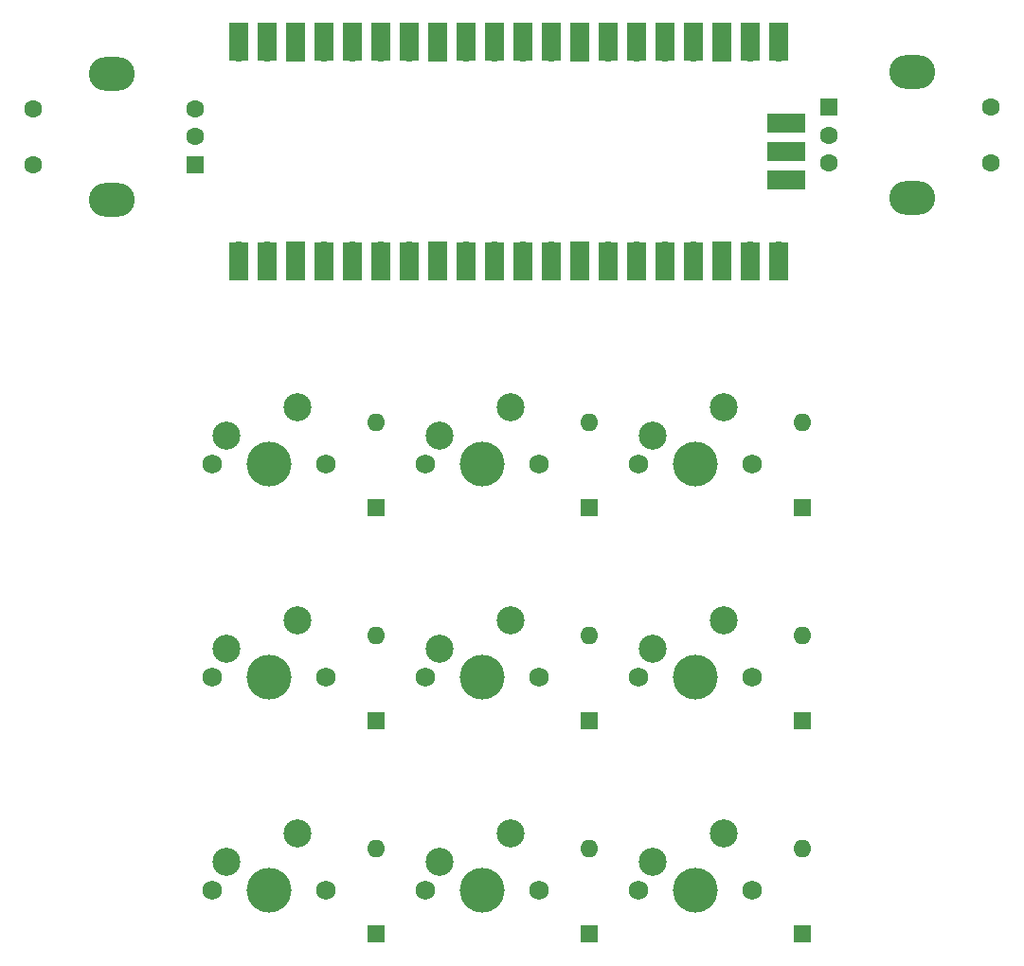
<source format=gbr>
%TF.GenerationSoftware,KiCad,Pcbnew,8.0.5*%
%TF.CreationDate,2024-11-06T13:26:22-05:00*%
%TF.ProjectId,MacroPad,4d616372-6f50-4616-942e-6b696361645f,rev?*%
%TF.SameCoordinates,Original*%
%TF.FileFunction,Soldermask,Top*%
%TF.FilePolarity,Negative*%
%FSLAX46Y46*%
G04 Gerber Fmt 4.6, Leading zero omitted, Abs format (unit mm)*
G04 Created by KiCad (PCBNEW 8.0.5) date 2024-11-06 13:26:22*
%MOMM*%
%LPD*%
G01*
G04 APERTURE LIST*
G04 Aperture macros list*
%AMRoundRect*
0 Rectangle with rounded corners*
0 $1 Rounding radius*
0 $2 $3 $4 $5 $6 $7 $8 $9 X,Y pos of 4 corners*
0 Add a 4 corners polygon primitive as box body*
4,1,4,$2,$3,$4,$5,$6,$7,$8,$9,$2,$3,0*
0 Add four circle primitives for the rounded corners*
1,1,$1+$1,$2,$3*
1,1,$1+$1,$4,$5*
1,1,$1+$1,$6,$7*
1,1,$1+$1,$8,$9*
0 Add four rect primitives between the rounded corners*
20,1,$1+$1,$2,$3,$4,$5,0*
20,1,$1+$1,$4,$5,$6,$7,0*
20,1,$1+$1,$6,$7,$8,$9,0*
20,1,$1+$1,$8,$9,$2,$3,0*%
G04 Aperture macros list end*
%ADD10C,1.750000*%
%ADD11C,4.000000*%
%ADD12C,2.500000*%
%ADD13RoundRect,0.250000X0.550000X0.550000X-0.550000X0.550000X-0.550000X-0.550000X0.550000X-0.550000X0*%
%ADD14C,1.600000*%
%ADD15O,4.100000X3.000000*%
%ADD16O,1.700000X1.700000*%
%ADD17R,1.700000X3.500000*%
%ADD18R,1.700000X1.700000*%
%ADD19R,3.500000X1.700000*%
%ADD20RoundRect,0.250000X-0.550000X-0.550000X0.550000X-0.550000X0.550000X0.550000X-0.550000X0.550000X0*%
%ADD21R,1.600000X1.600000*%
%ADD22O,1.600000X1.600000*%
G04 APERTURE END LIST*
D10*
%TO.C,S7*%
X108115000Y-112525000D03*
D11*
X113195000Y-112525000D03*
D10*
X118275000Y-112525000D03*
D12*
X109385000Y-109985000D03*
X115735000Y-107445000D03*
%TD*%
D10*
%TO.C,S1*%
X108115000Y-74425000D03*
D11*
X113195000Y-74425000D03*
D10*
X118275000Y-74425000D03*
D12*
X109385000Y-71885000D03*
X115735000Y-69345000D03*
%TD*%
D10*
%TO.C,S6*%
X146215000Y-93475000D03*
D11*
X151295000Y-93475000D03*
D10*
X156375000Y-93475000D03*
D12*
X147485000Y-90935000D03*
X153835000Y-88395000D03*
%TD*%
D10*
%TO.C,S5*%
X127165000Y-93475000D03*
D11*
X132245000Y-93475000D03*
D10*
X137325000Y-93475000D03*
D12*
X128435000Y-90935000D03*
X134785000Y-88395000D03*
%TD*%
D10*
%TO.C,S2*%
X127165000Y-74425000D03*
D11*
X132245000Y-74425000D03*
D10*
X137325000Y-74425000D03*
D12*
X128435000Y-71885000D03*
X134785000Y-69345000D03*
%TD*%
D13*
%TO.C,SW2*%
X106601250Y-47656250D03*
D14*
X106601250Y-42656250D03*
X106601250Y-45156250D03*
X92101250Y-47656250D03*
X92101250Y-42656250D03*
D15*
X99101250Y-50756250D03*
X99101250Y-39556250D03*
%TD*%
D10*
%TO.C,S9*%
X146215000Y-112525000D03*
D11*
X151295000Y-112525000D03*
D10*
X156375000Y-112525000D03*
D12*
X147485000Y-109985000D03*
X153835000Y-107445000D03*
%TD*%
D10*
%TO.C,S4*%
X108115000Y-93475000D03*
D11*
X113195000Y-93475000D03*
D10*
X118275000Y-93475000D03*
D12*
X109385000Y-90935000D03*
X115735000Y-88395000D03*
%TD*%
D16*
%TO.C,U1*%
X110496250Y-55375000D03*
D17*
X110496250Y-56275000D03*
D16*
X113036250Y-55375000D03*
D17*
X113036250Y-56275000D03*
D18*
X115576250Y-55375000D03*
D17*
X115576250Y-56275000D03*
D16*
X118116250Y-55375000D03*
D17*
X118116250Y-56275000D03*
D16*
X120656250Y-55375000D03*
D17*
X120656250Y-56275000D03*
D16*
X123196250Y-55375000D03*
D17*
X123196250Y-56275000D03*
D16*
X125736250Y-55375000D03*
D17*
X125736250Y-56275000D03*
D18*
X128276250Y-55375000D03*
D17*
X128276250Y-56275000D03*
D16*
X130816250Y-55375000D03*
D17*
X130816250Y-56275000D03*
D16*
X133356250Y-55375000D03*
D17*
X133356250Y-56275000D03*
D16*
X135896250Y-55375000D03*
D17*
X135896250Y-56275000D03*
D16*
X138436250Y-55375000D03*
D17*
X138436250Y-56275000D03*
D18*
X140976250Y-55375000D03*
D17*
X140976250Y-56275000D03*
D16*
X143516250Y-55375000D03*
D17*
X143516250Y-56275000D03*
D16*
X146056250Y-55375000D03*
D17*
X146056250Y-56275000D03*
D16*
X148596250Y-55375000D03*
D17*
X148596250Y-56275000D03*
D16*
X151136250Y-55375000D03*
D17*
X151136250Y-56275000D03*
D18*
X153676250Y-55375000D03*
D17*
X153676250Y-56275000D03*
D16*
X156216250Y-55375000D03*
D17*
X156216250Y-56275000D03*
D16*
X158756250Y-55375000D03*
D17*
X158756250Y-56275000D03*
D16*
X158756250Y-37595000D03*
D17*
X158756250Y-36695000D03*
D16*
X156216250Y-37595000D03*
D17*
X156216250Y-36695000D03*
D18*
X153676250Y-37595000D03*
D17*
X153676250Y-36695000D03*
D16*
X151136250Y-37595000D03*
D17*
X151136250Y-36695000D03*
D16*
X148596250Y-37595000D03*
D17*
X148596250Y-36695000D03*
D16*
X146056250Y-37595000D03*
D17*
X146056250Y-36695000D03*
D16*
X143516250Y-37595000D03*
D17*
X143516250Y-36695000D03*
D18*
X140976250Y-37595000D03*
D17*
X140976250Y-36695000D03*
D16*
X138436250Y-37595000D03*
D17*
X138436250Y-36695000D03*
D16*
X135896250Y-37595000D03*
D17*
X135896250Y-36695000D03*
D16*
X133356250Y-37595000D03*
D17*
X133356250Y-36695000D03*
D16*
X130816250Y-37595000D03*
D17*
X130816250Y-36695000D03*
D18*
X128276250Y-37595000D03*
D17*
X128276250Y-36695000D03*
D16*
X125736250Y-37595000D03*
D17*
X125736250Y-36695000D03*
D16*
X123196250Y-37595000D03*
D17*
X123196250Y-36695000D03*
D16*
X120656250Y-37595000D03*
D17*
X120656250Y-36695000D03*
D16*
X118116250Y-37595000D03*
D17*
X118116250Y-36695000D03*
D18*
X115576250Y-37595000D03*
D17*
X115576250Y-36695000D03*
D16*
X113036250Y-37595000D03*
D17*
X113036250Y-36695000D03*
D16*
X110496250Y-37595000D03*
D17*
X110496250Y-36695000D03*
D16*
X158526250Y-49025000D03*
D19*
X159426250Y-49025000D03*
D18*
X158526250Y-46485000D03*
D19*
X159426250Y-46485000D03*
D16*
X158526250Y-43945000D03*
D19*
X159426250Y-43945000D03*
%TD*%
D10*
%TO.C,S3*%
X146215000Y-74425000D03*
D11*
X151295000Y-74425000D03*
D10*
X156375000Y-74425000D03*
D12*
X147485000Y-71885000D03*
X153835000Y-69345000D03*
%TD*%
D10*
%TO.C,S8*%
X127165000Y-112525000D03*
D11*
X132245000Y-112525000D03*
D10*
X137325000Y-112525000D03*
D12*
X128435000Y-109985000D03*
X134785000Y-107445000D03*
%TD*%
D20*
%TO.C,SW1*%
X163178750Y-42506250D03*
D14*
X163178750Y-47506250D03*
X163178750Y-45006250D03*
X177678750Y-42506250D03*
X177678750Y-47506250D03*
D15*
X170678750Y-39406250D03*
X170678750Y-50606250D03*
%TD*%
D21*
%TO.C,D1*%
X122720000Y-78332500D03*
D22*
X122720000Y-70712500D03*
%TD*%
D21*
%TO.C,D4*%
X122720000Y-97382500D03*
D22*
X122720000Y-89762500D03*
%TD*%
D21*
%TO.C,D3*%
X160820000Y-78332500D03*
D22*
X160820000Y-70712500D03*
%TD*%
D21*
%TO.C,D2*%
X141770000Y-78332500D03*
D22*
X141770000Y-70712500D03*
%TD*%
D21*
%TO.C,D6*%
X160820000Y-97382500D03*
D22*
X160820000Y-89762500D03*
%TD*%
D21*
%TO.C,D9*%
X160820000Y-116432500D03*
D22*
X160820000Y-108812500D03*
%TD*%
D21*
%TO.C,D8*%
X141770000Y-116432500D03*
D22*
X141770000Y-108812500D03*
%TD*%
D21*
%TO.C,D5*%
X141770000Y-97382500D03*
D22*
X141770000Y-89762500D03*
%TD*%
D21*
%TO.C,D7*%
X122720000Y-116432500D03*
D22*
X122720000Y-108812500D03*
%TD*%
M02*

</source>
